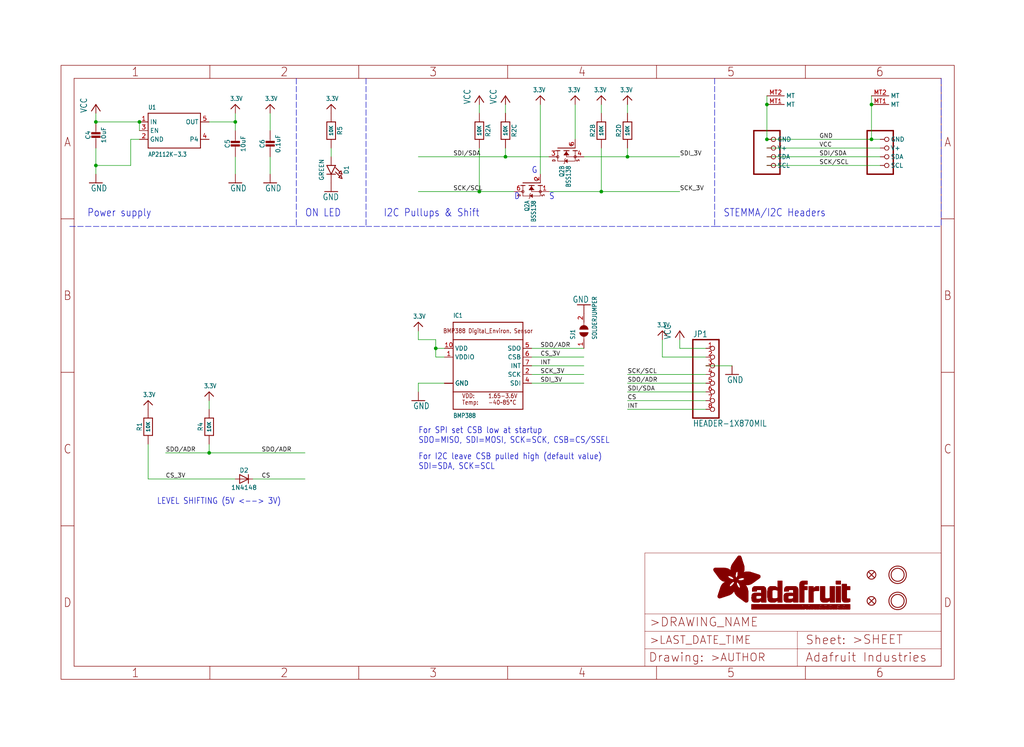
<source format=kicad_sch>
(kicad_sch (version 20211123) (generator eeschema)
  (paper "User" 298.45 217.881)
  (lib_symbols
    (symbol "eagleSchem-eagle-import:3.3V" (power)
      (property "Value" "3.3V" (at -1.524 1.016 0))
      (symbol "3.3V_1_0"
        (pin power_in line (at 0 -2.54 90) (length 2.54) (name "3.3V") (number "1"))
      )
    )
    (symbol "eagleSchem-eagle-import:BMP388"
      (property "Value" "BMP388" (at -10.16 -15.24 0))
      (symbol "BMP388_1_0"
        (text "-40~85°C" (at 0 -11.43 0) (effects (font (size 1.27 1.0795)) (justify left bottom)))
        (text "1.65-3.6V" (at 0 -9.525 0) (effects (font (size 1.27 1.0795)) (justify left bottom)))
        (text "BMP388 Digital_Environ. Sensor" (at 0 10.16 0) (effects (font (size 1.27 1.0795))))
        (text "Temp:" (at -7.62 -11.43 0) (effects (font (size 1.27 1.0795)) (justify left bottom)))
        (text "VDD:" (at -7.62 -9.525 0) (effects (font (size 1.27 1.0795)) (justify left bottom)))
        (pin power_in line (at -12.7 2.54 0) (length 2.54) (name "VDDIO") (number "1"))
        (pin power_in line (at -12.7 5.08 0) (length 2.54) (name "VDD") (number "10"))
        (pin input line (at 12.7 -2.54 180) (length 2.54) (name "SCK") (number "2"))
        (pin power_in line (at -12.7 -5.08 0) (length 2.54) (name "GND") (number "3"))
        (pin input line (at 12.7 -5.08 180) (length 2.54) (name "SDI") (number "4"))
        (pin output line (at 12.7 5.08 180) (length 2.54) (name "SDO") (number "5"))
        (pin input line (at 12.7 2.54 180) (length 2.54) (name "CSB") (number "6"))
        (pin output line (at 12.7 0 180) (length 2.54) (name "INT") (number "7"))
        (pin power_in line (at -12.7 -5.08 0) (length 2.54) (name "GND") (number "8"))
        (pin power_in line (at -12.7 -5.08 0) (length 2.54) (name "GND") (number "9"))
      )
    )
    (symbol "eagleSchem-eagle-import:CAP_CERAMIC0603_NO"
      (property "Reference" "C" (at -2.29 1.25 90))
      (property "Value" "CAP_CERAMIC0603_NO" (at 2.3 1.25 90))
      (symbol "CAP_CERAMIC0603_NO_1_0"
        (pin passive line (at 0 5.08 270) (length 2.54) (name "1") (number "1"))
        (pin passive line (at 0 -2.54 90) (length 2.54) (name "2") (number "2"))
      )
    )
    (symbol "eagleSchem-eagle-import:CAP_CERAMIC0805-NOOUTLINE"
      (property "Reference" "C" (at -2.29 1.25 90))
      (property "Value" "CAP_CERAMIC0805-NOOUTLINE" (at 2.3 1.25 90))
      (symbol "CAP_CERAMIC0805-NOOUTLINE_1_0"
        (pin passive line (at 0 5.08 270) (length 2.54) (name "1") (number "1"))
        (pin passive line (at 0 -2.54 90) (length 2.54) (name "2") (number "2"))
      )
    )
    (symbol "eagleSchem-eagle-import:DIODESOD-323"
      (property "Reference" "D" (at 0 2.54 0))
      (property "Value" "DIODESOD-323" (at 0 -2.5 0))
      (symbol "DIODESOD-323_1_0"
        (pin passive line (at -2.54 0 0) (length 2.54) (name "A") (number "A"))
        (pin passive line (at 2.54 0 180) (length 2.54) (name "C") (number "C"))
      )
    )
    (symbol "eagleSchem-eagle-import:FIDUCIAL_1MM")
    (symbol "eagleSchem-eagle-import:FRAME_A4_ADAFRUIT"
      (symbol "FRAME_A4_ADAFRUIT_1_0"
        (text "1" (at 21.6958 1.905 0) (effects (font (size 2.54 2.286))))
        (text "1" (at 21.6958 177.165 0) (effects (font (size 2.54 2.286))))
        (text "2" (at 65.0875 1.905 0) (effects (font (size 2.54 2.286))))
        (text "2" (at 65.0875 177.165 0) (effects (font (size 2.54 2.286))))
        (text "3" (at 108.4792 1.905 0) (effects (font (size 2.54 2.286))))
        (text "3" (at 108.4792 177.165 0) (effects (font (size 2.54 2.286))))
        (text "4" (at 151.8708 1.905 0) (effects (font (size 2.54 2.286))))
        (text "4" (at 151.8708 177.165 0) (effects (font (size 2.54 2.286))))
        (text "5" (at 195.2625 1.905 0) (effects (font (size 2.54 2.286))))
        (text "5" (at 195.2625 177.165 0) (effects (font (size 2.54 2.286))))
        (text "6" (at 238.6542 1.905 0) (effects (font (size 2.54 2.286))))
        (text "6" (at 238.6542 177.165 0) (effects (font (size 2.54 2.286))))
        (text ">AUTHOR" (at 189.23 5.08 0) (effects (font (size 2.286 2.286)) (justify left bottom)))
        (text ">DRAWING_NAME" (at 171.45 15.24 0) (effects (font (size 2.54 2.54)) (justify left bottom)))
        (text ">LAST_DATE_TIME" (at 171.45 10.16 0) (effects (font (size 2.286 2.286)) (justify left bottom)))
        (text ">SHEET" (at 230.505 10.16 0) (effects (font (size 2.54 2.54)) (justify left bottom)))
        (text "A" (at 1.905 156.6863 0) (effects (font (size 2.54 2.286))))
        (text "A" (at 258.445 156.6863 0) (effects (font (size 2.54 2.286))))
        (text "Adafruit Industries" (at 216.916 4.953 0) (effects (font (size 2.54 2.54)) (justify left bottom)))
        (text "B" (at 1.905 111.9188 0) (effects (font (size 2.54 2.286))))
        (text "B" (at 258.445 111.9188 0) (effects (font (size 2.54 2.286))))
        (text "C" (at 1.905 67.1513 0) (effects (font (size 2.54 2.286))))
        (text "C" (at 258.445 67.1513 0) (effects (font (size 2.54 2.286))))
        (text "D" (at 1.905 22.3838 0) (effects (font (size 2.54 2.286))))
        (text "D" (at 258.445 22.3838 0) (effects (font (size 2.54 2.286))))
        (text "Drawing:" (at 171.196 4.953 0) (effects (font (size 2.54 2.54)) (justify left bottom)))
        (text "Sheet:" (at 216.916 10.033 0) (effects (font (size 2.54 2.54)) (justify left bottom)))
      )
    )
    (symbol "eagleSchem-eagle-import:GND" (power)
      (property "Value" "GND" (at -2.54 -2.54 0))
      (symbol "GND_1_0"
        (pin power_in line (at 0 2.54 270) (length 2.54) (name "GND") (number "1"))
      )
    )
    (symbol "eagleSchem-eagle-import:HEADER-1X870MIL"
      (property "Reference" "JP" (at -6.35 13.335 0))
      (property "Value" "HEADER-1X870MIL" (at -6.35 -12.7 0))
      (symbol "HEADER-1X870MIL_1_0"
        (pin passive inverted (at -2.54 10.16 0) (length 2.54) (name "1") (number "1"))
        (pin passive inverted (at -2.54 7.62 0) (length 2.54) (name "2") (number "2"))
        (pin passive inverted (at -2.54 5.08 0) (length 2.54) (name "3") (number "3"))
        (pin passive inverted (at -2.54 2.54 0) (length 2.54) (name "4") (number "4"))
        (pin passive inverted (at -2.54 0 0) (length 2.54) (name "5") (number "5"))
        (pin passive inverted (at -2.54 -2.54 0) (length 2.54) (name "6") (number "6"))
        (pin passive inverted (at -2.54 -5.08 0) (length 2.54) (name "7") (number "7"))
        (pin passive inverted (at -2.54 -7.62 0) (length 2.54) (name "8") (number "8"))
      )
    )
    (symbol "eagleSchem-eagle-import:LED0603_NOOUTLINE"
      (property "Reference" "D" (at -1.27 4.445 0))
      (property "Value" "LED0603_NOOUTLINE" (at -1.27 -2.794 0))
      (symbol "LED0603_NOOUTLINE_1_0"
        (pin passive line (at -5.08 0 0) (length 2.54) (name "A") (number "A"))
        (pin passive line (at 2.54 0 180) (length 2.54) (name "C") (number "C"))
      )
    )
    (symbol "eagleSchem-eagle-import:MOSFET-N_DUAL"
      (property "Reference" "Q" (at 5.08 0.635 0))
      (property "Value" "MOSFET-N_DUAL" (at 5.08 -1.27 0))
      (symbol "MOSFET-N_DUAL_1_0"
        (text "D" (at 3.175 3.175 0) (effects (font (size 0.8128 0.6908)) (justify left bottom)))
        (text "G" (at -1.27 -1.905 0) (effects (font (size 0.8128 0.6908)) (justify left bottom)))
        (text "S" (at 3.175 -3.81 0) (effects (font (size 0.8128 0.6908)) (justify left bottom)))
        (pin bidirectional line (at 2.54 -5.08 90) (length 2.54) (name "S") (number "1"))
        (pin bidirectional line (at -2.54 -2.54 0) (length 2.54) (name "G") (number "2"))
        (pin bidirectional line (at 2.54 5.08 270) (length 2.54) (name "D") (number "6"))
      )
      (symbol "MOSFET-N_DUAL_2_0"
        (text "D" (at 3.175 3.175 0) (effects (font (size 0.8128 0.6908)) (justify left bottom)))
        (text "G" (at -1.27 -1.905 0) (effects (font (size 0.8128 0.6908)) (justify left bottom)))
        (text "S" (at 3.175 -3.81 0) (effects (font (size 0.8128 0.6908)) (justify left bottom)))
        (pin bidirectional line (at 2.54 5.08 270) (length 2.54) (name "D") (number "3"))
        (pin bidirectional line (at 2.54 -5.08 90) (length 2.54) (name "S") (number "4"))
        (pin bidirectional line (at -2.54 -2.54 0) (length 2.54) (name "G") (number "5"))
      )
    )
    (symbol "eagleSchem-eagle-import:MOUNTINGHOLE2.5")
    (symbol "eagleSchem-eagle-import:RESISTOR_0603_NOOUT"
      (property "Reference" "R" (at 0 2.54 0))
      (property "Value" "RESISTOR_0603_NOOUT" (at 0 0 0))
      (symbol "RESISTOR_0603_NOOUT_1_0"
        (pin passive line (at -5.08 0 0) (length 2.54) (name "1") (number "1"))
        (pin passive line (at 5.08 0 180) (length 2.54) (name "2") (number "2"))
      )
    )
    (symbol "eagleSchem-eagle-import:RESISTOR_4PACK"
      (property "Reference" "R" (at 0 2.54 0))
      (property "Value" "RESISTOR_4PACK" (at 0 0 0))
      (symbol "RESISTOR_4PACK_1_0"
        (pin passive line (at -5.08 0 0) (length 2.54) (name "1") (number "1"))
        (pin passive line (at 5.08 0 180) (length 2.54) (name "2") (number "8"))
      )
      (symbol "RESISTOR_4PACK_2_0"
        (pin passive line (at -5.08 0 0) (length 2.54) (name "1") (number "2"))
        (pin passive line (at 5.08 0 180) (length 2.54) (name "2") (number "7"))
      )
      (symbol "RESISTOR_4PACK_3_0"
        (pin passive line (at -5.08 0 0) (length 2.54) (name "1") (number "3"))
        (pin passive line (at 5.08 0 180) (length 2.54) (name "2") (number "6"))
      )
      (symbol "RESISTOR_4PACK_4_0"
        (pin passive line (at -5.08 0 0) (length 2.54) (name "1") (number "4"))
        (pin passive line (at 5.08 0 180) (length 2.54) (name "2") (number "5"))
      )
    )
    (symbol "eagleSchem-eagle-import:SOLDERJUMPER"
      (property "Reference" "SJ" (at -2.54 2.54 0))
      (property "Value" "SOLDERJUMPER" (at -2.54 -3.81 0))
      (symbol "SOLDERJUMPER_1_0"
        (pin passive line (at -5.08 0 0) (length 2.54) (name "1") (number "1"))
        (pin passive line (at 5.08 0 180) (length 2.54) (name "2") (number "2"))
      )
    )
    (symbol "eagleSchem-eagle-import:STEMMA_I2C_QT"
      (symbol "STEMMA_I2C_QT_1_0"
        (pin passive inverted (at 0 5.08 0) (length 2.54) (name "GND") (number "1"))
        (pin passive inverted (at 0 2.54 0) (length 2.54) (name "V+") (number "2"))
        (pin passive inverted (at 0 0 0) (length 2.54) (name "SDA") (number "3"))
        (pin passive inverted (at 0 -2.54 0) (length 2.54) (name "SCL") (number "4"))
      )
      (symbol "STEMMA_I2C_QT_2_0"
        (pin bidirectional line (at 0 0 0) (length 5.08) (name "MT") (number "MT1"))
      )
      (symbol "STEMMA_I2C_QT_3_0"
        (pin bidirectional line (at 0 0 0) (length 5.08) (name "MT") (number "MT2"))
      )
    )
    (symbol "eagleSchem-eagle-import:VCC" (power)
      (property "Value" "VCC" (at -2.54 -2.54 90))
      (symbol "VCC_1_0"
        (pin power_in line (at 0 -2.54 90) (length 2.54) (name "VCC") (number "1"))
      )
    )
    (symbol "eagleSchem-eagle-import:VREG_SOT23-5"
      (property "Reference" "U" (at -7.62 6.096 0))
      (property "Value" "VREG_SOT23-5" (at -7.62 -7.62 0))
      (symbol "VREG_SOT23-5_1_0"
        (pin power_in line (at -10.16 2.54 0) (length 2.54) (name "IN") (number "1"))
        (pin power_in line (at -10.16 -2.54 0) (length 2.54) (name "GND") (number "2"))
        (pin input line (at -10.16 0 0) (length 2.54) (name "EN") (number "3"))
        (pin bidirectional line (at 10.16 -2.54 180) (length 2.54) (name "P4") (number "4"))
        (pin power_in line (at 10.16 2.54 180) (length 2.54) (name "OUT") (number "5"))
      )
    )
  )
  (junction (at 27.94 48.26))
  (junction (at 175.26 55.88))
  (junction (at 147.32 45.72))
  (junction (at 254 40.64))
  (junction (at 223.52 40.64))
  (junction (at 127 101.6))
  (junction (at 27.94 35.56))
  (junction (at 60.96 132.08))
  (junction (at 40.64 35.56))
  (junction (at 68.58 35.56))
  (junction (at 139.7 55.88))
  (junction (at 254 30.48))
  (junction (at 182.88 45.72))
  (junction (at 223.52 30.48))
  (wire (pts (xy 60.96 132.08) (xy 88.9 132.08)))
  (wire (pts (xy 167.64 40.64) (xy 167.64 30.48)))
  (wire (pts (xy 78.74 45.72) (xy 78.74 50.8)))
  (wire (pts (xy 205.74 101.6) (xy 198.12 101.6)))
  (polyline (pts (xy 86.36 66.04) (xy 106.68 66.04)))
  (wire (pts (xy 175.26 55.88) (xy 198.12 55.88)))
  (wire (pts (xy 154.94 101.6) (xy 170.18 101.6)))
  (wire (pts (xy 160.02 45.72) (xy 147.32 45.72)))
  (wire (pts (xy 256.54 45.72) (xy 223.52 45.72)))
  (wire (pts (xy 154.94 104.14) (xy 170.18 104.14)))
  (wire (pts (xy 147.32 45.72) (xy 121.92 45.72)))
  (wire (pts (xy 60.96 129.54) (xy 60.96 132.08)))
  (wire (pts (xy 154.94 111.76) (xy 170.18 111.76)))
  (polyline (pts (xy 106.68 66.04) (xy 208.28 66.04)))
  (polyline (pts (xy 86.36 22.86) (xy 86.36 66.04)))
  (wire (pts (xy 127 104.14) (xy 129.54 104.14)))
  (wire (pts (xy 127 99.06) (xy 127 101.6)))
  (wire (pts (xy 121.92 99.06) (xy 127 99.06)))
  (wire (pts (xy 27.94 48.26) (xy 27.94 43.18)))
  (wire (pts (xy 40.64 35.56) (xy 27.94 35.56)))
  (wire (pts (xy 205.74 116.84) (xy 182.88 116.84)))
  (wire (pts (xy 254 30.48) (xy 254 40.64)))
  (wire (pts (xy 139.7 55.88) (xy 121.92 55.88)))
  (wire (pts (xy 205.74 111.76) (xy 182.88 111.76)))
  (wire (pts (xy 223.52 30.48) (xy 223.52 40.64)))
  (wire (pts (xy 127 101.6) (xy 127 104.14)))
  (polyline (pts (xy 208.28 66.04) (xy 274.32 66.04)))
  (polyline (pts (xy 208.28 22.86) (xy 208.28 66.04)))
  (wire (pts (xy 139.7 30.48) (xy 139.7 33.02)))
  (wire (pts (xy 121.92 111.76) (xy 121.92 114.3)))
  (wire (pts (xy 175.26 33.02) (xy 175.26 30.48)))
  (wire (pts (xy 254 40.64) (xy 223.52 40.64)))
  (polyline (pts (xy 20.32 66.04) (xy 86.36 66.04)))
  (wire (pts (xy 73.66 139.7) (xy 88.9 139.7)))
  (wire (pts (xy 154.94 106.68) (xy 170.18 106.68)))
  (wire (pts (xy 68.58 35.56) (xy 68.58 33.02)))
  (wire (pts (xy 27.94 48.26) (xy 27.94 50.8)))
  (wire (pts (xy 60.96 116.84) (xy 60.96 119.38)))
  (wire (pts (xy 78.74 33.02) (xy 78.74 38.1)))
  (wire (pts (xy 27.94 33.02) (xy 27.94 35.56)))
  (wire (pts (xy 182.88 43.18) (xy 182.88 45.72)))
  (wire (pts (xy 157.48 50.8) (xy 157.48 30.48)))
  (wire (pts (xy 149.86 55.88) (xy 139.7 55.88)))
  (wire (pts (xy 175.26 43.18) (xy 175.26 55.88)))
  (wire (pts (xy 198.12 101.6) (xy 198.12 99.06)))
  (wire (pts (xy 256.54 40.64) (xy 254 40.64)))
  (wire (pts (xy 68.58 35.56) (xy 68.58 38.1)))
  (wire (pts (xy 205.74 109.22) (xy 182.88 109.22)))
  (wire (pts (xy 60.96 35.56) (xy 68.58 35.56)))
  (wire (pts (xy 121.92 111.76) (xy 129.54 111.76)))
  (wire (pts (xy 40.64 38.1) (xy 40.64 35.56)))
  (wire (pts (xy 205.74 104.14) (xy 193.04 104.14)))
  (wire (pts (xy 205.74 114.3) (xy 182.88 114.3)))
  (wire (pts (xy 129.54 101.6) (xy 127 101.6)))
  (wire (pts (xy 205.74 119.38) (xy 182.88 119.38)))
  (wire (pts (xy 38.1 48.26) (xy 27.94 48.26)))
  (wire (pts (xy 160.02 55.88) (xy 175.26 55.88)))
  (wire (pts (xy 223.52 48.26) (xy 256.54 48.26)))
  (wire (pts (xy 139.7 43.18) (xy 139.7 55.88)))
  (wire (pts (xy 223.52 43.18) (xy 256.54 43.18)))
  (wire (pts (xy 38.1 40.64) (xy 38.1 48.26)))
  (wire (pts (xy 193.04 104.14) (xy 193.04 99.06)))
  (wire (pts (xy 182.88 45.72) (xy 198.12 45.72)))
  (wire (pts (xy 40.64 40.64) (xy 38.1 40.64)))
  (polyline (pts (xy 106.68 22.86) (xy 106.68 66.04)))
  (wire (pts (xy 60.96 132.08) (xy 48.26 132.08)))
  (wire (pts (xy 254 27.94) (xy 254 30.48)))
  (wire (pts (xy 170.18 45.72) (xy 182.88 45.72)))
  (wire (pts (xy 43.18 139.7) (xy 43.18 129.54)))
  (wire (pts (xy 68.58 139.7) (xy 43.18 139.7)))
  (wire (pts (xy 147.32 43.18) (xy 147.32 45.72)))
  (wire (pts (xy 205.74 106.68) (xy 213.36 106.68)))
  (wire (pts (xy 121.92 96.52) (xy 121.92 99.06)))
  (polyline (pts (xy 274.32 22.86) (xy 274.32 66.04)))
  (wire (pts (xy 68.58 45.72) (xy 68.58 50.8)))
  (wire (pts (xy 96.52 45.72) (xy 96.52 43.18)))
  (wire (pts (xy 147.32 33.02) (xy 147.32 30.48)))
  (wire (pts (xy 223.52 27.94) (xy 223.52 30.48)))
  (wire (pts (xy 182.88 33.02) (xy 182.88 30.48)))
  (wire (pts (xy 170.18 109.22) (xy 154.94 109.22)))
  (text "I2C Pullups & Shift" (at 111.76 63.5 180) (effects (font (size 2.1844 1.8567)) (justify left bottom)))
  (text "ON LED" (at 88.9 63.5 180) (effects (font (size 2.1844 1.8567)) (justify left bottom)))
  (text "For I2C leave CSB pulled high (default value)\nSDI=SDA, SCK=SCL" (at 121.92 137.16 180) (effects (font (size 1.778 1.5113)) (justify left bottom)))
  (text "For SPI set CSB low at startup\nSDO=MISO, SDI=MOSI, SCK=SCK, CSB=CS/SSEL" (at 121.92 129.54 180) (effects (font (size 1.778 1.5113)) (justify left bottom)))
  (text "D" (at 149.86 58.42 180) (effects (font (size 1.778 1.5113)) (justify left bottom)))
  (text "S" (at 160.02 58.42 180) (effects (font (size 1.778 1.5113)) (justify left bottom)))
  (text "G" (at 154.94 50.8 180) (effects (font (size 1.778 1.5113)) (justify left bottom)))
  (text "STEMMA/I2C Headers" (at 210.82 63.5 180) (effects (font (size 2.1844 1.8567)) (justify left bottom)))
  (text "LEVEL SHIFTING (5V <--> 3V)" (at 45.72 147.32 180) (effects (font (size 1.778 1.5113)) (justify left bottom)))
  (text "Power supply" (at 25.4 63.5 180) (effects (font (size 2.1844 1.8567)) (justify left bottom)))
  (label "SCK/SCL" (at 238.76 48.26 0) (effects (font (size 1.2446 1.2446))))
  (label "GND" (at 238.76 40.64 0) (effects (font (size 1.2446 1.2446))))
  (label "SDI_3V" (at 198.12 45.72 0) (effects (font (size 1.2446 1.2446))))
  (label "CS_3V" (at 48.26 139.7 0) (effects (font (size 1.2446 1.2446))))
  (label "SDI/SDA" (at 132.08 45.72 0) (effects (font (size 1.2446 1.2446))))
  (label "INT" (at 157.48 106.68 0) (effects (font (size 1.2446 1.2446))))
  (label "SDO/ADR" (at 48.26 132.08 0) (effects (font (size 1.2446 1.2446))))
  (label "SCK/SCL" (at 132.08 55.88 0) (effects (font (size 1.2446 1.2446))))
  (label "CS" (at 182.88 116.84 0) (effects (font (size 1.2446 1.2446))))
  (label "SDO/ADR" (at 182.88 111.76 0) (effects (font (size 1.2446 1.2446))))
  (label "SDI/SDA" (at 238.76 45.72 0) (effects (font (size 1.2446 1.2446))))
  (label "SDO/ADR" (at 157.48 101.6 0) (effects (font (size 1.2446 1.2446))))
  (label "SCK_3V" (at 198.12 55.88 0) (effects (font (size 1.2446 1.2446))))
  (label "CS" (at 76.2 139.7 0) (effects (font (size 1.2446 1.2446))))
  (label "SCK/SCL" (at 182.88 109.22 0) (effects (font (size 1.2446 1.2446))))
  (label "SCK_3V" (at 157.48 109.22 0) (effects (font (size 1.2446 1.2446))))
  (label "VCC" (at 238.76 43.18 0) (effects (font (size 1.2446 1.2446))))
  (label "SDO/ADR" (at 76.2 132.08 0) (effects (font (size 1.2446 1.2446))))
  (label "CS_3V" (at 157.48 104.14 0) (effects (font (size 1.2446 1.2446))))
  (label "INT" (at 182.88 119.38 0) (effects (font (size 1.2446 1.2446))))
  (label "SDI_3V" (at 157.48 111.76 0) (effects (font (size 1.2446 1.2446))))
  (label "SDI/SDA" (at 182.88 114.3 0) (effects (font (size 1.2446 1.2446))))
  (symbol (lib_id "eagleSchem-eagle-import:MOUNTINGHOLE2.5") (at 261.62 167.64 0) (unit 1)
    (property "Reference" "U$41" (effects hide))
    (property "Value" "MOUNTINGHOLE2.5" (effects hide))
    (property "Footprint" "eagleSchem:MOUNTINGHOLE_2.5_PLATED" (effects hide))
  )
  (symbol (lib_id "eagleSchem-eagle-import:3.3V") (at 167.64 27.94 0) (mirror y) (unit 1)
    (property "Reference" "#U$38" (effects hide))
    (property "Value" "3.3V" (at 169.164 26.924 0) (effects (font (size 1.27 1.0795)) (justify left bottom)))
    (property "Footprint" "eagleSchem:" (effects hide))
  )
  (symbol (lib_id "eagleSchem-eagle-import:RESISTOR_0603_NOOUT") (at 43.18 124.46 90) (unit 1)
    (property "Reference" "R1" (at 40.64 124.46 0))
    (property "Value" "10K" (at 43.18 124.46 0) (effects (font (size 1.016 1.016) bold)))
    (property "Footprint" "eagleSchem:0603-NO" (effects hide))
  )
  (symbol (lib_id "eagleSchem-eagle-import:3.3V") (at 96.52 30.48 0) (unit 1)
    (property "Reference" "#U$45" (effects hide))
    (property "Value" "3.3V" (at 94.996 29.464 0) (effects (font (size 1.27 1.0795)) (justify left bottom)))
    (property "Footprint" "eagleSchem:" (effects hide))
  )
  (symbol (lib_id "eagleSchem-eagle-import:FIDUCIAL_1MM") (at 254 167.64 0) (unit 1)
    (property "Reference" "FID4" (effects hide))
    (property "Value" "FIDUCIAL_1MM" (effects hide))
    (property "Footprint" "eagleSchem:FIDUCIAL_1MM" (effects hide))
  )
  (symbol (lib_id "eagleSchem-eagle-import:GND") (at 170.18 88.9 180) (unit 1)
    (property "Reference" "#U$1" (effects hide))
    (property "Value" "GND" (at 171.704 86.36 0) (effects (font (size 1.778 1.5113)) (justify left bottom)))
    (property "Footprint" "eagleSchem:" (effects hide))
  )
  (symbol (lib_id "eagleSchem-eagle-import:STEMMA_I2C_QT") (at 254 27.94 0) (unit 3)
    (property "Reference" "CONN4" (effects hide))
    (property "Value" "STEMMA_I2C_QT" (effects hide))
    (property "Footprint" "eagleSchem:JST_SH4" (effects hide))
  )
  (symbol (lib_id "eagleSchem-eagle-import:RESISTOR_4PACK") (at 139.7 38.1 270) (unit 1)
    (property "Reference" "R2" (at 142.24 38.1 0))
    (property "Value" "10K" (at 139.7 38.1 0) (effects (font (size 1.016 1.016) bold)))
    (property "Footprint" "eagleSchem:RESPACK_4X0603" (effects hide))
  )
  (symbol (lib_id "eagleSchem-eagle-import:3.3V") (at 78.74 30.48 0) (unit 1)
    (property "Reference" "#U$33" (effects hide))
    (property "Value" "3.3V" (at 77.216 29.464 0) (effects (font (size 1.27 1.0795)) (justify left bottom)))
    (property "Footprint" "eagleSchem:" (effects hide))
  )
  (symbol (lib_id "eagleSchem-eagle-import:FIDUCIAL_1MM") (at 254 175.26 0) (unit 1)
    (property "Reference" "FID3" (effects hide))
    (property "Value" "FIDUCIAL_1MM" (effects hide))
    (property "Footprint" "eagleSchem:FIDUCIAL_1MM" (effects hide))
  )
  (symbol (lib_id "eagleSchem-eagle-import:LED0603_NOOUTLINE") (at 96.52 50.8 270) (unit 1)
    (property "Reference" "D1" (at 100.965 49.53 0))
    (property "Value" "GREEN" (at 93.726 49.53 0))
    (property "Footprint" "eagleSchem:CHIPLED_0603_NOOUTLINE" (effects hide))
  )
  (symbol (lib_id "eagleSchem-eagle-import:VCC") (at 198.12 96.52 0) (unit 1)
    (property "Reference" "#P+5" (effects hide))
    (property "Value" "VCC" (at 195.58 99.06 90) (effects (font (size 1.778 1.5113)) (justify left bottom)))
    (property "Footprint" "eagleSchem:" (effects hide))
  )
  (symbol (lib_id "eagleSchem-eagle-import:3.3V") (at 43.18 116.84 0) (unit 1)
    (property "Reference" "#U$18" (effects hide))
    (property "Value" "3.3V" (at 41.656 115.824 0) (effects (font (size 1.27 1.0795)) (justify left bottom)))
    (property "Footprint" "eagleSchem:" (effects hide))
  )
  (symbol (lib_id "eagleSchem-eagle-import:VCC") (at 139.7 27.94 0) (unit 1)
    (property "Reference" "#P+1" (effects hide))
    (property "Value" "VCC" (at 137.16 30.48 90) (effects (font (size 1.778 1.5113)) (justify left bottom)))
    (property "Footprint" "eagleSchem:" (effects hide))
  )
  (symbol (lib_id "eagleSchem-eagle-import:FRAME_A4_ADAFRUIT") (at 17.78 198.12 0) (unit 1)
    (property "Reference" "#U$42" (effects hide))
    (property "Value" "FRAME_A4_ADAFRUIT" (effects hide))
    (property "Footprint" "eagleSchem:" (effects hide))
  )
  (symbol (lib_id "eagleSchem-eagle-import:CAP_CERAMIC0805-NOOUTLINE") (at 68.58 43.18 0) (unit 1)
    (property "Reference" "C5" (at 66.29 41.93 90))
    (property "Value" "10uF" (at 70.88 41.93 90))
    (property "Footprint" "eagleSchem:0805-NO" (effects hide))
  )
  (symbol (lib_id "eagleSchem-eagle-import:RESISTOR_4PACK") (at 147.32 38.1 270) (unit 3)
    (property "Reference" "R2" (at 149.86 38.1 0))
    (property "Value" "10K" (at 147.32 38.1 0) (effects (font (size 1.016 1.016) bold)))
    (property "Footprint" "eagleSchem:RESPACK_4X0603" (effects hide))
  )
  (symbol (lib_id "eagleSchem-eagle-import:3.3V") (at 121.92 93.98 0) (unit 1)
    (property "Reference" "#U$12" (effects hide))
    (property "Value" "3.3V" (at 120.396 92.964 0) (effects (font (size 1.27 1.0795)) (justify left bottom)))
    (property "Footprint" "eagleSchem:" (effects hide))
  )
  (symbol (lib_id "eagleSchem-eagle-import:DIODESOD-323") (at 71.12 139.7 0) (unit 1)
    (property "Reference" "D2" (at 71.12 137.16 0))
    (property "Value" "1N4148" (at 71.12 142.2 0))
    (property "Footprint" "eagleSchem:SOD-323" (effects hide))
  )
  (symbol (lib_id "eagleSchem-eagle-import:GND") (at 96.52 55.88 0) (unit 1)
    (property "Reference" "#GND6" (effects hide))
    (property "Value" "GND" (at 93.98 58.42 0) (effects (font (size 1.778 1.5113)) (justify left bottom)))
    (property "Footprint" "eagleSchem:" (effects hide))
  )
  (symbol (lib_id "eagleSchem-eagle-import:MOSFET-N_DUAL") (at 154.94 53.34 90) (mirror x) (unit 1)
    (property "Reference" "Q2" (at 154.305 58.42 0) (effects (font (size 1.27 1.0795)) (justify left bottom)))
    (property "Value" "BSS138" (at 156.21 58.42 0) (effects (font (size 1.27 1.0795)) (justify left bottom)))
    (property "Footprint" "eagleSchem:SOT363" (effects hide))
  )
  (symbol (lib_id "eagleSchem-eagle-import:GND") (at 121.92 116.84 0) (unit 1)
    (property "Reference" "#U$3" (effects hide))
    (property "Value" "GND" (at 120.396 119.38 0) (effects (font (size 1.778 1.5113)) (justify left bottom)))
    (property "Footprint" "eagleSchem:" (effects hide))
  )
  (symbol (lib_id "eagleSchem-eagle-import:STEMMA_I2C_QT") (at 223.52 45.72 0) (unit 1)
    (property "Reference" "CONN3" (effects hide))
    (property "Value" "STEMMA_I2C_QT" (effects hide))
    (property "Footprint" "eagleSchem:JST_SH4" (effects hide))
  )
  (symbol (lib_id "eagleSchem-eagle-import:3.3V") (at 157.48 27.94 0) (mirror y) (unit 1)
    (property "Reference" "#U$37" (effects hide))
    (property "Value" "3.3V" (at 159.004 26.924 0) (effects (font (size 1.27 1.0795)) (justify left bottom)))
    (property "Footprint" "eagleSchem:" (effects hide))
  )
  (symbol (lib_id "eagleSchem-eagle-import:SOLDERJUMPER") (at 170.18 96.52 90) (unit 1)
    (property "Reference" "SJ1" (at 167.64 99.06 0) (effects (font (size 1.27 1.0795)) (justify left bottom)))
    (property "Value" "SOLDERJUMPER" (at 173.99 99.06 0) (effects (font (size 1.27 1.0795)) (justify left bottom)))
    (property "Footprint" "eagleSchem:SOLDERJUMPER_ARROW_NOPASTE" (effects hide))
  )
  (symbol (lib_id "eagleSchem-eagle-import:3.3V") (at 60.96 114.3 0) (unit 1)
    (property "Reference" "#U$25" (effects hide))
    (property "Value" "3.3V" (at 59.436 113.284 0) (effects (font (size 1.27 1.0795)) (justify left bottom)))
    (property "Footprint" "eagleSchem:" (effects hide))
  )
  (symbol (lib_id "eagleSchem-eagle-import:VREG_SOT23-5") (at 50.8 38.1 0) (unit 1)
    (property "Reference" "U1" (at 43.18 32.004 0) (effects (font (size 1.27 1.0795)) (justify left bottom)))
    (property "Value" "AP2112K-3.3" (at 43.18 45.72 0) (effects (font (size 1.27 1.0795)) (justify left bottom)))
    (property "Footprint" "eagleSchem:SOT23-5" (effects hide))
  )
  (symbol (lib_id "eagleSchem-eagle-import:VCC") (at 147.32 27.94 0) (unit 1)
    (property "Reference" "#P+2" (effects hide))
    (property "Value" "VCC" (at 144.78 30.48 90) (effects (font (size 1.778 1.5113)) (justify left bottom)))
    (property "Footprint" "eagleSchem:" (effects hide))
  )
  (symbol (lib_id "eagleSchem-eagle-import:RESISTOR_0603_NOOUT") (at 60.96 124.46 90) (unit 1)
    (property "Reference" "R4" (at 58.42 124.46 0))
    (property "Value" "10K" (at 60.96 124.46 0) (effects (font (size 1.016 1.016) bold)))
    (property "Footprint" "eagleSchem:0603-NO" (effects hide))
  )
  (symbol (lib_id "eagleSchem-eagle-import:CAP_CERAMIC0603_NO") (at 78.74 43.18 0) (unit 1)
    (property "Reference" "C6" (at 76.45 41.93 90))
    (property "Value" "0.1uF" (at 81.04 41.93 90))
    (property "Footprint" "eagleSchem:0603-NO" (effects hide))
  )
  (symbol (lib_id "eagleSchem-eagle-import:RESISTOR_4PACK") (at 175.26 38.1 90) (mirror x) (unit 2)
    (property "Reference" "R2" (at 172.72 38.1 0))
    (property "Value" "10K" (at 175.26 38.1 0) (effects (font (size 1.016 1.016) bold)))
    (property "Footprint" "eagleSchem:RESPACK_4X0603" (effects hide))
  )
  (symbol (lib_id "eagleSchem-eagle-import:3.3V") (at 68.58 30.48 0) (unit 1)
    (property "Reference" "#U$34" (effects hide))
    (property "Value" "3.3V" (at 67.056 29.464 0) (effects (font (size 1.27 1.0795)) (justify left bottom)))
    (property "Footprint" "eagleSchem:" (effects hide))
  )
  (symbol (lib_id "eagleSchem-eagle-import:STEMMA_I2C_QT") (at 256.54 45.72 0) (unit 1)
    (property "Reference" "CONN4" (effects hide))
    (property "Value" "STEMMA_I2C_QT" (effects hide))
    (property "Footprint" "eagleSchem:JST_SH4" (effects hide))
  )
  (symbol (lib_id "eagleSchem-eagle-import:GND") (at 68.58 53.34 0) (unit 1)
    (property "Reference" "#U$30" (effects hide))
    (property "Value" "GND" (at 67.056 55.88 0) (effects (font (size 1.778 1.5113)) (justify left bottom)))
    (property "Footprint" "eagleSchem:" (effects hide))
  )
  (symbol (lib_id "eagleSchem-eagle-import:GND") (at 78.74 53.34 0) (unit 1)
    (property "Reference" "#U$31" (effects hide))
    (property "Value" "GND" (at 77.216 55.88 0) (effects (font (size 1.778 1.5113)) (justify left bottom)))
    (property "Footprint" "eagleSchem:" (effects hide))
  )
  (symbol (lib_id "eagleSchem-eagle-import:GND") (at 27.94 53.34 0) (unit 1)
    (property "Reference" "#U$23" (effects hide))
    (property "Value" "GND" (at 26.416 55.88 0) (effects (font (size 1.778 1.5113)) (justify left bottom)))
    (property "Footprint" "eagleSchem:" (effects hide))
  )
  (symbol (lib_id "eagleSchem-eagle-import:3.3V") (at 182.88 27.94 0) (mirror y) (unit 1)
    (property "Reference" "#U$35" (effects hide))
    (property "Value" "3.3V" (at 184.404 26.924 0) (effects (font (size 1.27 1.0795)) (justify left bottom)))
    (property "Footprint" "eagleSchem:" (effects hide))
  )
  (symbol (lib_id "eagleSchem-eagle-import:RESISTOR_4PACK") (at 182.88 38.1 90) (mirror x) (unit 4)
    (property "Reference" "R2" (at 180.34 38.1 0))
    (property "Value" "10K" (at 182.88 38.1 0) (effects (font (size 1.016 1.016) bold)))
    (property "Footprint" "eagleSchem:RESPACK_4X0603" (effects hide))
  )
  (symbol (lib_id "eagleSchem-eagle-import:STEMMA_I2C_QT") (at 223.52 30.48 0) (unit 2)
    (property "Reference" "CONN3" (effects hide))
    (property "Value" "STEMMA_I2C_QT" (effects hide))
    (property "Footprint" "eagleSchem:JST_SH4" (effects hide))
  )
  (symbol (lib_id "eagleSchem-eagle-import:BMP388") (at 142.24 106.68 0) (unit 1)
    (property "Reference" "IC1" (at 132.08 92.71 0) (effects (font (size 1.27 1.0795)) (justify left bottom)))
    (property "Value" "BMP388" (at 132.08 121.92 0) (effects (font (size 1.27 1.0795)) (justify left bottom)))
    (property "Footprint" "eagleSchem:BMP388" (effects hide))
  )
  (symbol (lib_id "eagleSchem-eagle-import:STEMMA_I2C_QT") (at 223.52 27.94 0) (unit 3)
    (property "Reference" "CONN3" (effects hide))
    (property "Value" "STEMMA_I2C_QT" (effects hide))
    (property "Footprint" "eagleSchem:JST_SH4" (effects hide))
  )
  (symbol (lib_id "eagleSchem-eagle-import:MOSFET-N_DUAL") (at 165.1 43.18 90) (mirror x) (unit 2)
    (property "Reference" "Q2" (at 164.465 48.26 0) (effects (font (size 1.27 1.0795)) (justify left bottom)))
    (property "Value" "BSS138" (at 166.37 48.26 0) (effects (font (size 1.27 1.0795)) (justify left bottom)))
    (property "Footprint" "eagleSchem:SOT363" (effects hide))
  )
  (symbol (lib_id "eagleSchem-eagle-import:GND") (at 213.36 109.22 0) (unit 1)
    (property "Reference" "#U$4" (effects hide))
    (property "Value" "GND" (at 211.836 111.76 0) (effects (font (size 1.778 1.5113)) (justify left bottom)))
    (property "Footprint" "eagleSchem:" (effects hide))
  )
  (symbol (lib_id "eagleSchem-eagle-import:STEMMA_I2C_QT") (at 254 30.48 0) (unit 2)
    (property "Reference" "CONN4" (effects hide))
    (property "Value" "STEMMA_I2C_QT" (effects hide))
    (property "Footprint" "eagleSchem:JST_SH4" (effects hide))
  )
  (symbol (lib_id "eagleSchem-eagle-import:CAP_CERAMIC0805-NOOUTLINE") (at 27.94 40.64 0) (unit 1)
    (property "Reference" "C4" (at 25.65 39.39 90))
    (property "Value" "10uF" (at 30.24 39.39 90))
    (property "Footprint" "eagleSchem:0805-NO" (effects hide))
  )
  (symbol (lib_id "eagleSchem-eagle-import:3.3V") (at 175.26 27.94 0) (mirror y) (unit 1)
    (property "Reference" "#U$36" (effects hide))
    (property "Value" "3.3V" (at 176.784 26.924 0) (effects (font (size 1.27 1.0795)) (justify left bottom)))
    (property "Footprint" "eagleSchem:" (effects hide))
  )
  (symbol (lib_id "eagleSchem-eagle-import:MOUNTINGHOLE2.5") (at 261.62 175.26 0) (unit 1)
    (property "Reference" "U$40" (effects hide))
    (property "Value" "MOUNTINGHOLE2.5" (effects hide))
    (property "Footprint" "eagleSchem:MOUNTINGHOLE_2.5_PLATED" (effects hide))
  )
  (symbol (lib_id "eagleSchem-eagle-import:HEADER-1X870MIL") (at 208.28 111.76 0) (unit 1)
    (property "Reference" "JP1" (at 201.93 98.425 0) (effects (font (size 1.778 1.5113)) (justify left bottom)))
    (property "Value" "HEADER-1X870MIL" (at 201.93 124.46 0) (effects (font (size 1.778 1.5113)) (justify left bottom)))
    (property "Footprint" "eagleSchem:1X08_ROUND_70" (effects hide))
  )
  (symbol (lib_id "eagleSchem-eagle-import:3.3V") (at 193.04 96.52 0) (unit 1)
    (property "Reference" "#U$10" (effects hide))
    (property "Value" "3.3V" (at 191.516 95.504 0) (effects (font (size 1.27 1.0795)) (justify left bottom)))
    (property "Footprint" "eagleSchem:" (effects hide))
  )
  (symbol (lib_id "eagleSchem-eagle-import:VCC") (at 27.94 30.48 0) (unit 1)
    (property "Reference" "#P+3" (effects hide))
    (property "Value" "VCC" (at 25.4 33.02 90) (effects (font (size 1.778 1.5113)) (justify left bottom)))
    (property "Footprint" "eagleSchem:" (effects hide))
  )
  (symbol (lib_id "eagleSchem-eagle-import:RESISTOR_0603_NOOUT") (at 96.52 38.1 270) (unit 1)
    (property "Reference" "R5" (at 99.06 38.1 0))
    (property "Value" "10K" (at 96.52 38.1 0) (effects (font (size 1.016 1.016) bold)))
    (property "Footprint" "eagleSchem:0603-NO" (effects hide))
  )
)
</source>
